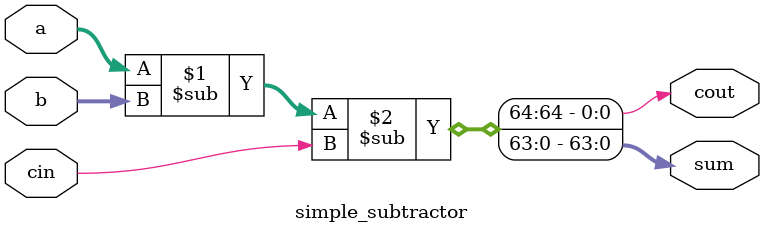
<source format=v>
`timescale 1ns / 1ps


module simple_subtractor(
    input [63:0] a,b,
    input cin,
    output [63:0] sum,
    output cout
    );
    assign {cout, sum} = a - b - cin;
endmodule

</source>
